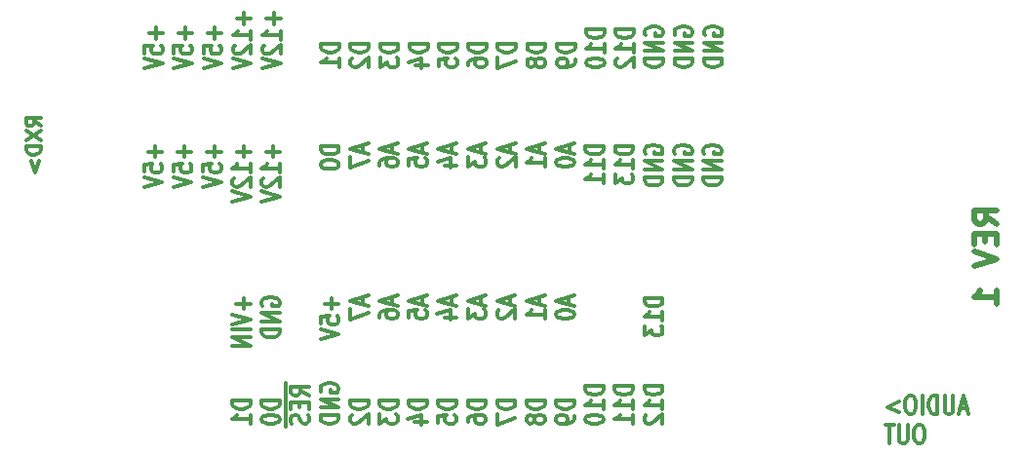
<source format=gbo>
%TF.GenerationSoftware,KiCad,Pcbnew,(6.0.1)*%
%TF.CreationDate,2022-10-07T11:26:10-04:00*%
%TF.ProjectId,MOD-NANO-CPU,4d4f442d-4e41-44e4-9f2d-4350552e6b69,rev?*%
%TF.SameCoordinates,Original*%
%TF.FileFunction,Legend,Bot*%
%TF.FilePolarity,Positive*%
%FSLAX46Y46*%
G04 Gerber Fmt 4.6, Leading zero omitted, Abs format (unit mm)*
G04 Created by KiCad (PCBNEW (6.0.1)) date 2022-10-07 11:26:10*
%MOMM*%
%LPD*%
G01*
G04 APERTURE LIST*
%ADD10C,0.330200*%
%ADD11C,0.317500*%
%ADD12C,0.500000*%
G04 APERTURE END LIST*
D10*
X123446267Y-68093106D02*
X123446267Y-69099430D01*
X124051029Y-68596268D02*
X122841505Y-68596268D01*
X122463529Y-69539696D02*
X124051029Y-69979963D01*
X122463529Y-70420230D01*
X124051029Y-70860496D02*
X122463529Y-70860496D01*
X124051029Y-71489449D02*
X122463529Y-71489449D01*
X124051029Y-72244191D01*
X122463529Y-72244191D01*
X125095000Y-68784953D02*
X125019404Y-68659163D01*
X125019404Y-68470477D01*
X125095000Y-68281791D01*
X125246190Y-68156001D01*
X125397380Y-68093106D01*
X125699761Y-68030210D01*
X125926547Y-68030210D01*
X126228928Y-68093106D01*
X126380119Y-68156001D01*
X126531309Y-68281791D01*
X126606904Y-68470477D01*
X126606904Y-68596268D01*
X126531309Y-68784953D01*
X126455714Y-68847849D01*
X125926547Y-68847849D01*
X125926547Y-68596268D01*
X126606904Y-69413906D02*
X125019404Y-69413906D01*
X126606904Y-70168649D01*
X125019404Y-70168649D01*
X126606904Y-70797601D02*
X125019404Y-70797601D01*
X125019404Y-71112077D01*
X125095000Y-71300763D01*
X125246190Y-71426553D01*
X125397380Y-71489449D01*
X125699761Y-71552344D01*
X125926547Y-71552344D01*
X126228928Y-71489449D01*
X126380119Y-71426553D01*
X126531309Y-71300763D01*
X126606904Y-71112077D01*
X126606904Y-70797601D01*
X131113892Y-68093106D02*
X131113892Y-69099430D01*
X131718654Y-68596268D02*
X130509130Y-68596268D01*
X130131154Y-70357334D02*
X130131154Y-69728382D01*
X130887107Y-69665487D01*
X130811511Y-69728382D01*
X130735916Y-69854172D01*
X130735916Y-70168649D01*
X130811511Y-70294439D01*
X130887107Y-70357334D01*
X131038297Y-70420230D01*
X131416273Y-70420230D01*
X131567464Y-70357334D01*
X131643059Y-70294439D01*
X131718654Y-70168649D01*
X131718654Y-69854172D01*
X131643059Y-69728382D01*
X131567464Y-69665487D01*
X130131154Y-70797601D02*
X131718654Y-71237868D01*
X130131154Y-71678134D01*
X133820958Y-68030210D02*
X133820958Y-68659163D01*
X134274529Y-67904420D02*
X132687029Y-68344687D01*
X134274529Y-68784953D01*
X132687029Y-69099430D02*
X132687029Y-69979963D01*
X134274529Y-69413906D01*
X136376833Y-68030210D02*
X136376833Y-68659163D01*
X136830404Y-67904420D02*
X135242904Y-68344687D01*
X136830404Y-68784953D01*
X135242904Y-69791277D02*
X135242904Y-69539696D01*
X135318500Y-69413906D01*
X135394095Y-69351010D01*
X135620880Y-69225220D01*
X135923261Y-69162325D01*
X136528023Y-69162325D01*
X136679214Y-69225220D01*
X136754809Y-69288115D01*
X136830404Y-69413906D01*
X136830404Y-69665487D01*
X136754809Y-69791277D01*
X136679214Y-69854172D01*
X136528023Y-69917068D01*
X136150047Y-69917068D01*
X135998857Y-69854172D01*
X135923261Y-69791277D01*
X135847666Y-69665487D01*
X135847666Y-69413906D01*
X135923261Y-69288115D01*
X135998857Y-69225220D01*
X136150047Y-69162325D01*
X138932708Y-68030210D02*
X138932708Y-68659163D01*
X139386279Y-67904420D02*
X137798779Y-68344687D01*
X139386279Y-68784953D01*
X137798779Y-69854172D02*
X137798779Y-69225220D01*
X138554732Y-69162325D01*
X138479136Y-69225220D01*
X138403541Y-69351010D01*
X138403541Y-69665487D01*
X138479136Y-69791277D01*
X138554732Y-69854172D01*
X138705922Y-69917068D01*
X139083898Y-69917068D01*
X139235089Y-69854172D01*
X139310684Y-69791277D01*
X139386279Y-69665487D01*
X139386279Y-69351010D01*
X139310684Y-69225220D01*
X139235089Y-69162325D01*
X141488583Y-68030210D02*
X141488583Y-68659163D01*
X141942154Y-67904420D02*
X140354654Y-68344687D01*
X141942154Y-68784953D01*
X140883821Y-69791277D02*
X141942154Y-69791277D01*
X140279059Y-69476801D02*
X141412988Y-69162325D01*
X141412988Y-69979963D01*
X144044458Y-68030210D02*
X144044458Y-68659163D01*
X144498029Y-67904420D02*
X142910529Y-68344687D01*
X144498029Y-68784953D01*
X142910529Y-69099430D02*
X142910529Y-69917068D01*
X143515291Y-69476801D01*
X143515291Y-69665487D01*
X143590886Y-69791277D01*
X143666482Y-69854172D01*
X143817672Y-69917068D01*
X144195648Y-69917068D01*
X144346839Y-69854172D01*
X144422434Y-69791277D01*
X144498029Y-69665487D01*
X144498029Y-69288115D01*
X144422434Y-69162325D01*
X144346839Y-69099430D01*
X146600333Y-68030210D02*
X146600333Y-68659163D01*
X147053904Y-67904420D02*
X145466404Y-68344687D01*
X147053904Y-68784953D01*
X145617595Y-69162325D02*
X145542000Y-69225220D01*
X145466404Y-69351010D01*
X145466404Y-69665487D01*
X145542000Y-69791277D01*
X145617595Y-69854172D01*
X145768785Y-69917068D01*
X145919976Y-69917068D01*
X146146761Y-69854172D01*
X147053904Y-69099430D01*
X147053904Y-69917068D01*
X149156208Y-68030210D02*
X149156208Y-68659163D01*
X149609779Y-67904420D02*
X148022279Y-68344687D01*
X149609779Y-68784953D01*
X149609779Y-69917068D02*
X149609779Y-69162325D01*
X149609779Y-69539696D02*
X148022279Y-69539696D01*
X148249065Y-69413906D01*
X148400255Y-69288115D01*
X148475851Y-69162325D01*
X151712083Y-68030210D02*
X151712083Y-68659163D01*
X152165654Y-67904420D02*
X150578154Y-68344687D01*
X152165654Y-68784953D01*
X150578154Y-69476801D02*
X150578154Y-69602591D01*
X150653750Y-69728382D01*
X150729345Y-69791277D01*
X150880535Y-69854172D01*
X151182916Y-69917068D01*
X151560892Y-69917068D01*
X151863273Y-69854172D01*
X152014464Y-69791277D01*
X152090059Y-69728382D01*
X152165654Y-69602591D01*
X152165654Y-69476801D01*
X152090059Y-69351010D01*
X152014464Y-69288115D01*
X151863273Y-69225220D01*
X151560892Y-69162325D01*
X151182916Y-69162325D01*
X150880535Y-69225220D01*
X150729345Y-69288115D01*
X150653750Y-69351010D01*
X150578154Y-69476801D01*
X159833279Y-68093106D02*
X158245779Y-68093106D01*
X158245779Y-68407582D01*
X158321375Y-68596268D01*
X158472565Y-68722058D01*
X158623755Y-68784953D01*
X158926136Y-68847849D01*
X159152922Y-68847849D01*
X159455303Y-68784953D01*
X159606494Y-68722058D01*
X159757684Y-68596268D01*
X159833279Y-68407582D01*
X159833279Y-68093106D01*
X159833279Y-70105753D02*
X159833279Y-69351010D01*
X159833279Y-69728382D02*
X158245779Y-69728382D01*
X158472565Y-69602591D01*
X158623755Y-69476801D01*
X158699351Y-69351010D01*
X158245779Y-70546020D02*
X158245779Y-71363658D01*
X158850541Y-70923391D01*
X158850541Y-71112077D01*
X158926136Y-71237868D01*
X159001732Y-71300763D01*
X159152922Y-71363658D01*
X159530898Y-71363658D01*
X159682089Y-71300763D01*
X159757684Y-71237868D01*
X159833279Y-71112077D01*
X159833279Y-70734706D01*
X159757684Y-70608915D01*
X159682089Y-70546020D01*
X115786580Y-54885106D02*
X115786580Y-55891430D01*
X116391342Y-55388268D02*
X115181818Y-55388268D01*
X114803842Y-57149334D02*
X114803842Y-56520382D01*
X115559795Y-56457487D01*
X115484199Y-56520382D01*
X115408604Y-56646172D01*
X115408604Y-56960649D01*
X115484199Y-57086439D01*
X115559795Y-57149334D01*
X115710985Y-57212230D01*
X116088961Y-57212230D01*
X116240152Y-57149334D01*
X116315747Y-57086439D01*
X116391342Y-56960649D01*
X116391342Y-56646172D01*
X116315747Y-56520382D01*
X116240152Y-56457487D01*
X114803842Y-57589601D02*
X116391342Y-58029868D01*
X114803842Y-58470134D01*
X118342455Y-54885106D02*
X118342455Y-55891430D01*
X118947217Y-55388268D02*
X117737693Y-55388268D01*
X117359717Y-57149334D02*
X117359717Y-56520382D01*
X118115670Y-56457487D01*
X118040074Y-56520382D01*
X117964479Y-56646172D01*
X117964479Y-56960649D01*
X118040074Y-57086439D01*
X118115670Y-57149334D01*
X118266860Y-57212230D01*
X118644836Y-57212230D01*
X118796027Y-57149334D01*
X118871622Y-57086439D01*
X118947217Y-56960649D01*
X118947217Y-56646172D01*
X118871622Y-56520382D01*
X118796027Y-56457487D01*
X117359717Y-57589601D02*
X118947217Y-58029868D01*
X117359717Y-58470134D01*
X120898330Y-54885106D02*
X120898330Y-55891430D01*
X121503092Y-55388268D02*
X120293568Y-55388268D01*
X119915592Y-57149334D02*
X119915592Y-56520382D01*
X120671545Y-56457487D01*
X120595949Y-56520382D01*
X120520354Y-56646172D01*
X120520354Y-56960649D01*
X120595949Y-57086439D01*
X120671545Y-57149334D01*
X120822735Y-57212230D01*
X121200711Y-57212230D01*
X121351902Y-57149334D01*
X121427497Y-57086439D01*
X121503092Y-56960649D01*
X121503092Y-56646172D01*
X121427497Y-56520382D01*
X121351902Y-56457487D01*
X119915592Y-57589601D02*
X121503092Y-58029868D01*
X119915592Y-58470134D01*
X123454205Y-54885106D02*
X123454205Y-55891430D01*
X124058967Y-55388268D02*
X122849443Y-55388268D01*
X124058967Y-57212230D02*
X124058967Y-56457487D01*
X124058967Y-56834858D02*
X122471467Y-56834858D01*
X122698253Y-56709068D01*
X122849443Y-56583277D01*
X122925039Y-56457487D01*
X122622658Y-57715391D02*
X122547063Y-57778287D01*
X122471467Y-57904077D01*
X122471467Y-58218553D01*
X122547063Y-58344344D01*
X122622658Y-58407239D01*
X122773848Y-58470134D01*
X122925039Y-58470134D01*
X123151824Y-58407239D01*
X124058967Y-57652496D01*
X124058967Y-58470134D01*
X122471467Y-58847506D02*
X124058967Y-59287772D01*
X122471467Y-59728039D01*
X126010080Y-54885106D02*
X126010080Y-55891430D01*
X126614842Y-55388268D02*
X125405318Y-55388268D01*
X126614842Y-57212230D02*
X126614842Y-56457487D01*
X126614842Y-56834858D02*
X125027342Y-56834858D01*
X125254128Y-56709068D01*
X125405318Y-56583277D01*
X125480914Y-56457487D01*
X125178533Y-57715391D02*
X125102938Y-57778287D01*
X125027342Y-57904077D01*
X125027342Y-58218553D01*
X125102938Y-58344344D01*
X125178533Y-58407239D01*
X125329723Y-58470134D01*
X125480914Y-58470134D01*
X125707699Y-58407239D01*
X126614842Y-57652496D01*
X126614842Y-58470134D01*
X125027342Y-58847506D02*
X126614842Y-59287772D01*
X125027342Y-59728039D01*
X131726592Y-54885106D02*
X130139092Y-54885106D01*
X130139092Y-55199582D01*
X130214688Y-55388268D01*
X130365878Y-55514058D01*
X130517068Y-55576953D01*
X130819449Y-55639849D01*
X131046235Y-55639849D01*
X131348616Y-55576953D01*
X131499807Y-55514058D01*
X131650997Y-55388268D01*
X131726592Y-55199582D01*
X131726592Y-54885106D01*
X130139092Y-56457487D02*
X130139092Y-56583277D01*
X130214688Y-56709068D01*
X130290283Y-56771963D01*
X130441473Y-56834858D01*
X130743854Y-56897753D01*
X131121830Y-56897753D01*
X131424211Y-56834858D01*
X131575402Y-56771963D01*
X131650997Y-56709068D01*
X131726592Y-56583277D01*
X131726592Y-56457487D01*
X131650997Y-56331696D01*
X131575402Y-56268801D01*
X131424211Y-56205906D01*
X131121830Y-56143010D01*
X130743854Y-56143010D01*
X130441473Y-56205906D01*
X130290283Y-56268801D01*
X130214688Y-56331696D01*
X130139092Y-56457487D01*
X133828896Y-54822210D02*
X133828896Y-55451163D01*
X134282467Y-54696420D02*
X132694967Y-55136687D01*
X134282467Y-55576953D01*
X132694967Y-55891430D02*
X132694967Y-56771963D01*
X134282467Y-56205906D01*
X136384771Y-54822210D02*
X136384771Y-55451163D01*
X136838342Y-54696420D02*
X135250842Y-55136687D01*
X136838342Y-55576953D01*
X135250842Y-56583277D02*
X135250842Y-56331696D01*
X135326438Y-56205906D01*
X135402033Y-56143010D01*
X135628818Y-56017220D01*
X135931199Y-55954325D01*
X136535961Y-55954325D01*
X136687152Y-56017220D01*
X136762747Y-56080115D01*
X136838342Y-56205906D01*
X136838342Y-56457487D01*
X136762747Y-56583277D01*
X136687152Y-56646172D01*
X136535961Y-56709068D01*
X136157985Y-56709068D01*
X136006795Y-56646172D01*
X135931199Y-56583277D01*
X135855604Y-56457487D01*
X135855604Y-56205906D01*
X135931199Y-56080115D01*
X136006795Y-56017220D01*
X136157985Y-55954325D01*
X138940646Y-54822210D02*
X138940646Y-55451163D01*
X139394217Y-54696420D02*
X137806717Y-55136687D01*
X139394217Y-55576953D01*
X137806717Y-56646172D02*
X137806717Y-56017220D01*
X138562670Y-55954325D01*
X138487074Y-56017220D01*
X138411479Y-56143010D01*
X138411479Y-56457487D01*
X138487074Y-56583277D01*
X138562670Y-56646172D01*
X138713860Y-56709068D01*
X139091836Y-56709068D01*
X139243027Y-56646172D01*
X139318622Y-56583277D01*
X139394217Y-56457487D01*
X139394217Y-56143010D01*
X139318622Y-56017220D01*
X139243027Y-55954325D01*
X141496521Y-54822210D02*
X141496521Y-55451163D01*
X141950092Y-54696420D02*
X140362592Y-55136687D01*
X141950092Y-55576953D01*
X140891759Y-56583277D02*
X141950092Y-56583277D01*
X140286997Y-56268801D02*
X141420926Y-55954325D01*
X141420926Y-56771963D01*
X144052396Y-54822210D02*
X144052396Y-55451163D01*
X144505967Y-54696420D02*
X142918467Y-55136687D01*
X144505967Y-55576953D01*
X142918467Y-55891430D02*
X142918467Y-56709068D01*
X143523229Y-56268801D01*
X143523229Y-56457487D01*
X143598824Y-56583277D01*
X143674420Y-56646172D01*
X143825610Y-56709068D01*
X144203586Y-56709068D01*
X144354777Y-56646172D01*
X144430372Y-56583277D01*
X144505967Y-56457487D01*
X144505967Y-56080115D01*
X144430372Y-55954325D01*
X144354777Y-55891430D01*
X146608271Y-54822210D02*
X146608271Y-55451163D01*
X147061842Y-54696420D02*
X145474342Y-55136687D01*
X147061842Y-55576953D01*
X145625533Y-55954325D02*
X145549938Y-56017220D01*
X145474342Y-56143010D01*
X145474342Y-56457487D01*
X145549938Y-56583277D01*
X145625533Y-56646172D01*
X145776723Y-56709068D01*
X145927914Y-56709068D01*
X146154699Y-56646172D01*
X147061842Y-55891430D01*
X147061842Y-56709068D01*
X149164146Y-54822210D02*
X149164146Y-55451163D01*
X149617717Y-54696420D02*
X148030217Y-55136687D01*
X149617717Y-55576953D01*
X149617717Y-56709068D02*
X149617717Y-55954325D01*
X149617717Y-56331696D02*
X148030217Y-56331696D01*
X148257003Y-56205906D01*
X148408193Y-56080115D01*
X148483789Y-55954325D01*
X151720021Y-54822210D02*
X151720021Y-55451163D01*
X152173592Y-54696420D02*
X150586092Y-55136687D01*
X152173592Y-55576953D01*
X150586092Y-56268801D02*
X150586092Y-56394591D01*
X150661688Y-56520382D01*
X150737283Y-56583277D01*
X150888473Y-56646172D01*
X151190854Y-56709068D01*
X151568830Y-56709068D01*
X151871211Y-56646172D01*
X152022402Y-56583277D01*
X152097997Y-56520382D01*
X152173592Y-56394591D01*
X152173592Y-56268801D01*
X152097997Y-56143010D01*
X152022402Y-56080115D01*
X151871211Y-56017220D01*
X151568830Y-55954325D01*
X151190854Y-55954325D01*
X150888473Y-56017220D01*
X150737283Y-56080115D01*
X150661688Y-56143010D01*
X150586092Y-56268801D01*
X154729467Y-54885106D02*
X153141967Y-54885106D01*
X153141967Y-55199582D01*
X153217563Y-55388268D01*
X153368753Y-55514058D01*
X153519943Y-55576953D01*
X153822324Y-55639849D01*
X154049110Y-55639849D01*
X154351491Y-55576953D01*
X154502682Y-55514058D01*
X154653872Y-55388268D01*
X154729467Y-55199582D01*
X154729467Y-54885106D01*
X154729467Y-56897753D02*
X154729467Y-56143010D01*
X154729467Y-56520382D02*
X153141967Y-56520382D01*
X153368753Y-56394591D01*
X153519943Y-56268801D01*
X153595539Y-56143010D01*
X154729467Y-58155658D02*
X154729467Y-57400915D01*
X154729467Y-57778287D02*
X153141967Y-57778287D01*
X153368753Y-57652496D01*
X153519943Y-57526706D01*
X153595539Y-57400915D01*
X157285342Y-54885106D02*
X155697842Y-54885106D01*
X155697842Y-55199582D01*
X155773438Y-55388268D01*
X155924628Y-55514058D01*
X156075818Y-55576953D01*
X156378199Y-55639849D01*
X156604985Y-55639849D01*
X156907366Y-55576953D01*
X157058557Y-55514058D01*
X157209747Y-55388268D01*
X157285342Y-55199582D01*
X157285342Y-54885106D01*
X157285342Y-56897753D02*
X157285342Y-56143010D01*
X157285342Y-56520382D02*
X155697842Y-56520382D01*
X155924628Y-56394591D01*
X156075818Y-56268801D01*
X156151414Y-56143010D01*
X155697842Y-57338020D02*
X155697842Y-58155658D01*
X156302604Y-57715391D01*
X156302604Y-57904077D01*
X156378199Y-58029868D01*
X156453795Y-58092763D01*
X156604985Y-58155658D01*
X156982961Y-58155658D01*
X157134152Y-58092763D01*
X157209747Y-58029868D01*
X157285342Y-57904077D01*
X157285342Y-57526706D01*
X157209747Y-57400915D01*
X157134152Y-57338020D01*
X158329313Y-55576953D02*
X158253717Y-55451163D01*
X158253717Y-55262477D01*
X158329313Y-55073791D01*
X158480503Y-54948001D01*
X158631693Y-54885106D01*
X158934074Y-54822210D01*
X159160860Y-54822210D01*
X159463241Y-54885106D01*
X159614432Y-54948001D01*
X159765622Y-55073791D01*
X159841217Y-55262477D01*
X159841217Y-55388268D01*
X159765622Y-55576953D01*
X159690027Y-55639849D01*
X159160860Y-55639849D01*
X159160860Y-55388268D01*
X159841217Y-56205906D02*
X158253717Y-56205906D01*
X159841217Y-56960649D01*
X158253717Y-56960649D01*
X159841217Y-57589601D02*
X158253717Y-57589601D01*
X158253717Y-57904077D01*
X158329313Y-58092763D01*
X158480503Y-58218553D01*
X158631693Y-58281449D01*
X158934074Y-58344344D01*
X159160860Y-58344344D01*
X159463241Y-58281449D01*
X159614432Y-58218553D01*
X159765622Y-58092763D01*
X159841217Y-57904077D01*
X159841217Y-57589601D01*
X160885188Y-55576953D02*
X160809592Y-55451163D01*
X160809592Y-55262477D01*
X160885188Y-55073791D01*
X161036378Y-54948001D01*
X161187568Y-54885106D01*
X161489949Y-54822210D01*
X161716735Y-54822210D01*
X162019116Y-54885106D01*
X162170307Y-54948001D01*
X162321497Y-55073791D01*
X162397092Y-55262477D01*
X162397092Y-55388268D01*
X162321497Y-55576953D01*
X162245902Y-55639849D01*
X161716735Y-55639849D01*
X161716735Y-55388268D01*
X162397092Y-56205906D02*
X160809592Y-56205906D01*
X162397092Y-56960649D01*
X160809592Y-56960649D01*
X162397092Y-57589601D02*
X160809592Y-57589601D01*
X160809592Y-57904077D01*
X160885188Y-58092763D01*
X161036378Y-58218553D01*
X161187568Y-58281449D01*
X161489949Y-58344344D01*
X161716735Y-58344344D01*
X162019116Y-58281449D01*
X162170307Y-58218553D01*
X162321497Y-58092763D01*
X162397092Y-57904077D01*
X162397092Y-57589601D01*
X163441063Y-55576953D02*
X163365467Y-55451163D01*
X163365467Y-55262477D01*
X163441063Y-55073791D01*
X163592253Y-54948001D01*
X163743443Y-54885106D01*
X164045824Y-54822210D01*
X164272610Y-54822210D01*
X164574991Y-54885106D01*
X164726182Y-54948001D01*
X164877372Y-55073791D01*
X164952967Y-55262477D01*
X164952967Y-55388268D01*
X164877372Y-55576953D01*
X164801777Y-55639849D01*
X164272610Y-55639849D01*
X164272610Y-55388268D01*
X164952967Y-56205906D02*
X163365467Y-56205906D01*
X164952967Y-56960649D01*
X163365467Y-56960649D01*
X164952967Y-57589601D02*
X163365467Y-57589601D01*
X163365467Y-57904077D01*
X163441063Y-58092763D01*
X163592253Y-58218553D01*
X163743443Y-58281449D01*
X164045824Y-58344344D01*
X164272610Y-58344344D01*
X164574991Y-58281449D01*
X164726182Y-58218553D01*
X164877372Y-58092763D01*
X164952967Y-57904077D01*
X164952967Y-57589601D01*
D11*
X105857523Y-53177470D02*
X105252761Y-52754136D01*
X105857523Y-52451755D02*
X104587523Y-52451755D01*
X104587523Y-52935565D01*
X104648000Y-53056517D01*
X104708476Y-53116994D01*
X104829428Y-53177470D01*
X105010857Y-53177470D01*
X105131809Y-53116994D01*
X105192285Y-53056517D01*
X105252761Y-52935565D01*
X105252761Y-52451755D01*
X104587523Y-53600803D02*
X105857523Y-54447470D01*
X104587523Y-54447470D02*
X105857523Y-53600803D01*
X105857523Y-54931279D02*
X104587523Y-54931279D01*
X104587523Y-55233660D01*
X104648000Y-55415089D01*
X104768952Y-55536041D01*
X104889904Y-55596517D01*
X105131809Y-55656994D01*
X105313238Y-55656994D01*
X105555142Y-55596517D01*
X105676095Y-55536041D01*
X105797047Y-55415089D01*
X105857523Y-55233660D01*
X105857523Y-54931279D01*
X105010857Y-56201279D02*
X105373714Y-57168898D01*
X105736571Y-56201279D01*
D12*
X188864761Y-61658857D02*
X187912380Y-60992190D01*
X188864761Y-60516000D02*
X186864761Y-60516000D01*
X186864761Y-61277904D01*
X186960000Y-61468380D01*
X187055238Y-61563619D01*
X187245714Y-61658857D01*
X187531428Y-61658857D01*
X187721904Y-61563619D01*
X187817142Y-61468380D01*
X187912380Y-61277904D01*
X187912380Y-60516000D01*
X187817142Y-62516000D02*
X187817142Y-63182666D01*
X188864761Y-63468380D02*
X188864761Y-62516000D01*
X186864761Y-62516000D01*
X186864761Y-63468380D01*
X186864761Y-64039809D02*
X188864761Y-64706476D01*
X186864761Y-65373142D01*
X188864761Y-68611238D02*
X188864761Y-67468380D01*
X188864761Y-68039809D02*
X186864761Y-68039809D01*
X187150476Y-67849333D01*
X187340952Y-67658857D01*
X187436190Y-67468380D01*
D10*
X124051029Y-77023141D02*
X122463529Y-77023141D01*
X122463529Y-77337617D01*
X122539125Y-77526303D01*
X122690315Y-77652093D01*
X122841505Y-77714989D01*
X123143886Y-77777884D01*
X123370672Y-77777884D01*
X123673053Y-77714989D01*
X123824244Y-77652093D01*
X123975434Y-77526303D01*
X124051029Y-77337617D01*
X124051029Y-77023141D01*
X124051029Y-79035789D02*
X124051029Y-78281046D01*
X124051029Y-78658417D02*
X122463529Y-78658417D01*
X122690315Y-78532627D01*
X122841505Y-78406836D01*
X122917101Y-78281046D01*
X126606904Y-77023141D02*
X125019404Y-77023141D01*
X125019404Y-77337617D01*
X125095000Y-77526303D01*
X125246190Y-77652093D01*
X125397380Y-77714989D01*
X125699761Y-77777884D01*
X125926547Y-77777884D01*
X126228928Y-77714989D01*
X126380119Y-77652093D01*
X126531309Y-77526303D01*
X126606904Y-77337617D01*
X126606904Y-77023141D01*
X125019404Y-78595522D02*
X125019404Y-78721312D01*
X125095000Y-78847103D01*
X125170595Y-78909998D01*
X125321785Y-78972893D01*
X125624166Y-79035789D01*
X126002142Y-79035789D01*
X126304523Y-78972893D01*
X126455714Y-78909998D01*
X126531309Y-78847103D01*
X126606904Y-78721312D01*
X126606904Y-78595522D01*
X126531309Y-78469731D01*
X126455714Y-78406836D01*
X126304523Y-78343941D01*
X126002142Y-78281046D01*
X125624166Y-78281046D01*
X125321785Y-78343941D01*
X125170595Y-78406836D01*
X125095000Y-78469731D01*
X125019404Y-78595522D01*
X127127000Y-75513655D02*
X127127000Y-76834455D01*
X129162779Y-76582874D02*
X128406827Y-76142608D01*
X129162779Y-75828131D02*
X127575279Y-75828131D01*
X127575279Y-76331293D01*
X127650875Y-76457084D01*
X127726470Y-76519979D01*
X127877660Y-76582874D01*
X128104446Y-76582874D01*
X128255636Y-76519979D01*
X128331232Y-76457084D01*
X128406827Y-76331293D01*
X128406827Y-75828131D01*
X127127000Y-76834455D02*
X127127000Y-78029465D01*
X128331232Y-77148931D02*
X128331232Y-77589198D01*
X129162779Y-77777884D02*
X129162779Y-77148931D01*
X127575279Y-77148931D01*
X127575279Y-77777884D01*
X127127000Y-78029465D02*
X127127000Y-79287370D01*
X129087184Y-78281046D02*
X129162779Y-78469731D01*
X129162779Y-78784208D01*
X129087184Y-78909998D01*
X129011589Y-78972893D01*
X128860398Y-79035789D01*
X128709208Y-79035789D01*
X128558017Y-78972893D01*
X128482422Y-78909998D01*
X128406827Y-78784208D01*
X128331232Y-78532627D01*
X128255636Y-78406836D01*
X128180041Y-78343941D01*
X128028851Y-78281046D01*
X127877660Y-78281046D01*
X127726470Y-78343941D01*
X127650875Y-78406836D01*
X127575279Y-78532627D01*
X127575279Y-78847103D01*
X127650875Y-79035789D01*
X130206750Y-76268398D02*
X130131154Y-76142608D01*
X130131154Y-75953922D01*
X130206750Y-75765236D01*
X130357940Y-75639446D01*
X130509130Y-75576550D01*
X130811511Y-75513655D01*
X131038297Y-75513655D01*
X131340678Y-75576550D01*
X131491869Y-75639446D01*
X131643059Y-75765236D01*
X131718654Y-75953922D01*
X131718654Y-76079712D01*
X131643059Y-76268398D01*
X131567464Y-76331293D01*
X131038297Y-76331293D01*
X131038297Y-76079712D01*
X131718654Y-76897350D02*
X130131154Y-76897350D01*
X131718654Y-77652093D01*
X130131154Y-77652093D01*
X131718654Y-78281046D02*
X130131154Y-78281046D01*
X130131154Y-78595522D01*
X130206750Y-78784208D01*
X130357940Y-78909998D01*
X130509130Y-78972893D01*
X130811511Y-79035789D01*
X131038297Y-79035789D01*
X131340678Y-78972893D01*
X131491869Y-78909998D01*
X131643059Y-78784208D01*
X131718654Y-78595522D01*
X131718654Y-78281046D01*
X134274529Y-77023141D02*
X132687029Y-77023141D01*
X132687029Y-77337617D01*
X132762625Y-77526303D01*
X132913815Y-77652093D01*
X133065005Y-77714989D01*
X133367386Y-77777884D01*
X133594172Y-77777884D01*
X133896553Y-77714989D01*
X134047744Y-77652093D01*
X134198934Y-77526303D01*
X134274529Y-77337617D01*
X134274529Y-77023141D01*
X132838220Y-78281046D02*
X132762625Y-78343941D01*
X132687029Y-78469731D01*
X132687029Y-78784208D01*
X132762625Y-78909998D01*
X132838220Y-78972893D01*
X132989410Y-79035789D01*
X133140601Y-79035789D01*
X133367386Y-78972893D01*
X134274529Y-78218150D01*
X134274529Y-79035789D01*
X136830404Y-77023141D02*
X135242904Y-77023141D01*
X135242904Y-77337617D01*
X135318500Y-77526303D01*
X135469690Y-77652093D01*
X135620880Y-77714989D01*
X135923261Y-77777884D01*
X136150047Y-77777884D01*
X136452428Y-77714989D01*
X136603619Y-77652093D01*
X136754809Y-77526303D01*
X136830404Y-77337617D01*
X136830404Y-77023141D01*
X135242904Y-78218150D02*
X135242904Y-79035789D01*
X135847666Y-78595522D01*
X135847666Y-78784208D01*
X135923261Y-78909998D01*
X135998857Y-78972893D01*
X136150047Y-79035789D01*
X136528023Y-79035789D01*
X136679214Y-78972893D01*
X136754809Y-78909998D01*
X136830404Y-78784208D01*
X136830404Y-78406836D01*
X136754809Y-78281046D01*
X136679214Y-78218150D01*
X139386279Y-77023141D02*
X137798779Y-77023141D01*
X137798779Y-77337617D01*
X137874375Y-77526303D01*
X138025565Y-77652093D01*
X138176755Y-77714989D01*
X138479136Y-77777884D01*
X138705922Y-77777884D01*
X139008303Y-77714989D01*
X139159494Y-77652093D01*
X139310684Y-77526303D01*
X139386279Y-77337617D01*
X139386279Y-77023141D01*
X138327946Y-78909998D02*
X139386279Y-78909998D01*
X137723184Y-78595522D02*
X138857113Y-78281046D01*
X138857113Y-79098684D01*
X141942154Y-77023141D02*
X140354654Y-77023141D01*
X140354654Y-77337617D01*
X140430250Y-77526303D01*
X140581440Y-77652093D01*
X140732630Y-77714989D01*
X141035011Y-77777884D01*
X141261797Y-77777884D01*
X141564178Y-77714989D01*
X141715369Y-77652093D01*
X141866559Y-77526303D01*
X141942154Y-77337617D01*
X141942154Y-77023141D01*
X140354654Y-78972893D02*
X140354654Y-78343941D01*
X141110607Y-78281046D01*
X141035011Y-78343941D01*
X140959416Y-78469731D01*
X140959416Y-78784208D01*
X141035011Y-78909998D01*
X141110607Y-78972893D01*
X141261797Y-79035789D01*
X141639773Y-79035789D01*
X141790964Y-78972893D01*
X141866559Y-78909998D01*
X141942154Y-78784208D01*
X141942154Y-78469731D01*
X141866559Y-78343941D01*
X141790964Y-78281046D01*
X144498029Y-77023141D02*
X142910529Y-77023141D01*
X142910529Y-77337617D01*
X142986125Y-77526303D01*
X143137315Y-77652093D01*
X143288505Y-77714989D01*
X143590886Y-77777884D01*
X143817672Y-77777884D01*
X144120053Y-77714989D01*
X144271244Y-77652093D01*
X144422434Y-77526303D01*
X144498029Y-77337617D01*
X144498029Y-77023141D01*
X142910529Y-78909998D02*
X142910529Y-78658417D01*
X142986125Y-78532627D01*
X143061720Y-78469731D01*
X143288505Y-78343941D01*
X143590886Y-78281046D01*
X144195648Y-78281046D01*
X144346839Y-78343941D01*
X144422434Y-78406836D01*
X144498029Y-78532627D01*
X144498029Y-78784208D01*
X144422434Y-78909998D01*
X144346839Y-78972893D01*
X144195648Y-79035789D01*
X143817672Y-79035789D01*
X143666482Y-78972893D01*
X143590886Y-78909998D01*
X143515291Y-78784208D01*
X143515291Y-78532627D01*
X143590886Y-78406836D01*
X143666482Y-78343941D01*
X143817672Y-78281046D01*
X147053904Y-77023141D02*
X145466404Y-77023141D01*
X145466404Y-77337617D01*
X145542000Y-77526303D01*
X145693190Y-77652093D01*
X145844380Y-77714989D01*
X146146761Y-77777884D01*
X146373547Y-77777884D01*
X146675928Y-77714989D01*
X146827119Y-77652093D01*
X146978309Y-77526303D01*
X147053904Y-77337617D01*
X147053904Y-77023141D01*
X145466404Y-78218150D02*
X145466404Y-79098684D01*
X147053904Y-78532627D01*
X149609779Y-77023141D02*
X148022279Y-77023141D01*
X148022279Y-77337617D01*
X148097875Y-77526303D01*
X148249065Y-77652093D01*
X148400255Y-77714989D01*
X148702636Y-77777884D01*
X148929422Y-77777884D01*
X149231803Y-77714989D01*
X149382994Y-77652093D01*
X149534184Y-77526303D01*
X149609779Y-77337617D01*
X149609779Y-77023141D01*
X148702636Y-78532627D02*
X148627041Y-78406836D01*
X148551446Y-78343941D01*
X148400255Y-78281046D01*
X148324660Y-78281046D01*
X148173470Y-78343941D01*
X148097875Y-78406836D01*
X148022279Y-78532627D01*
X148022279Y-78784208D01*
X148097875Y-78909998D01*
X148173470Y-78972893D01*
X148324660Y-79035789D01*
X148400255Y-79035789D01*
X148551446Y-78972893D01*
X148627041Y-78909998D01*
X148702636Y-78784208D01*
X148702636Y-78532627D01*
X148778232Y-78406836D01*
X148853827Y-78343941D01*
X149005017Y-78281046D01*
X149307398Y-78281046D01*
X149458589Y-78343941D01*
X149534184Y-78406836D01*
X149609779Y-78532627D01*
X149609779Y-78784208D01*
X149534184Y-78909998D01*
X149458589Y-78972893D01*
X149307398Y-79035789D01*
X149005017Y-79035789D01*
X148853827Y-78972893D01*
X148778232Y-78909998D01*
X148702636Y-78784208D01*
X152165654Y-77023141D02*
X150578154Y-77023141D01*
X150578154Y-77337617D01*
X150653750Y-77526303D01*
X150804940Y-77652093D01*
X150956130Y-77714989D01*
X151258511Y-77777884D01*
X151485297Y-77777884D01*
X151787678Y-77714989D01*
X151938869Y-77652093D01*
X152090059Y-77526303D01*
X152165654Y-77337617D01*
X152165654Y-77023141D01*
X152165654Y-78406836D02*
X152165654Y-78658417D01*
X152090059Y-78784208D01*
X152014464Y-78847103D01*
X151787678Y-78972893D01*
X151485297Y-79035789D01*
X150880535Y-79035789D01*
X150729345Y-78972893D01*
X150653750Y-78909998D01*
X150578154Y-78784208D01*
X150578154Y-78532627D01*
X150653750Y-78406836D01*
X150729345Y-78343941D01*
X150880535Y-78281046D01*
X151258511Y-78281046D01*
X151409702Y-78343941D01*
X151485297Y-78406836D01*
X151560892Y-78532627D01*
X151560892Y-78784208D01*
X151485297Y-78909998D01*
X151409702Y-78972893D01*
X151258511Y-79035789D01*
X154721529Y-75765236D02*
X153134029Y-75765236D01*
X153134029Y-76079712D01*
X153209625Y-76268398D01*
X153360815Y-76394189D01*
X153512005Y-76457084D01*
X153814386Y-76519979D01*
X154041172Y-76519979D01*
X154343553Y-76457084D01*
X154494744Y-76394189D01*
X154645934Y-76268398D01*
X154721529Y-76079712D01*
X154721529Y-75765236D01*
X154721529Y-77777884D02*
X154721529Y-77023141D01*
X154721529Y-77400512D02*
X153134029Y-77400512D01*
X153360815Y-77274722D01*
X153512005Y-77148931D01*
X153587601Y-77023141D01*
X153134029Y-78595522D02*
X153134029Y-78721312D01*
X153209625Y-78847103D01*
X153285220Y-78909998D01*
X153436410Y-78972893D01*
X153738791Y-79035789D01*
X154116767Y-79035789D01*
X154419148Y-78972893D01*
X154570339Y-78909998D01*
X154645934Y-78847103D01*
X154721529Y-78721312D01*
X154721529Y-78595522D01*
X154645934Y-78469731D01*
X154570339Y-78406836D01*
X154419148Y-78343941D01*
X154116767Y-78281046D01*
X153738791Y-78281046D01*
X153436410Y-78343941D01*
X153285220Y-78406836D01*
X153209625Y-78469731D01*
X153134029Y-78595522D01*
X157277404Y-75765236D02*
X155689904Y-75765236D01*
X155689904Y-76079712D01*
X155765500Y-76268398D01*
X155916690Y-76394189D01*
X156067880Y-76457084D01*
X156370261Y-76519979D01*
X156597047Y-76519979D01*
X156899428Y-76457084D01*
X157050619Y-76394189D01*
X157201809Y-76268398D01*
X157277404Y-76079712D01*
X157277404Y-75765236D01*
X157277404Y-77777884D02*
X157277404Y-77023141D01*
X157277404Y-77400512D02*
X155689904Y-77400512D01*
X155916690Y-77274722D01*
X156067880Y-77148931D01*
X156143476Y-77023141D01*
X157277404Y-79035789D02*
X157277404Y-78281046D01*
X157277404Y-78658417D02*
X155689904Y-78658417D01*
X155916690Y-78532627D01*
X156067880Y-78406836D01*
X156143476Y-78281046D01*
X159833279Y-75765236D02*
X158245779Y-75765236D01*
X158245779Y-76079712D01*
X158321375Y-76268398D01*
X158472565Y-76394189D01*
X158623755Y-76457084D01*
X158926136Y-76519979D01*
X159152922Y-76519979D01*
X159455303Y-76457084D01*
X159606494Y-76394189D01*
X159757684Y-76268398D01*
X159833279Y-76079712D01*
X159833279Y-75765236D01*
X159833279Y-77777884D02*
X159833279Y-77023141D01*
X159833279Y-77400512D02*
X158245779Y-77400512D01*
X158472565Y-77274722D01*
X158623755Y-77148931D01*
X158699351Y-77023141D01*
X158396970Y-78281046D02*
X158321375Y-78343941D01*
X158245779Y-78469731D01*
X158245779Y-78784208D01*
X158321375Y-78909998D01*
X158396970Y-78972893D01*
X158548160Y-79035789D01*
X158699351Y-79035789D01*
X158926136Y-78972893D01*
X159833279Y-78218150D01*
X159833279Y-79035789D01*
X115837580Y-44588550D02*
X115837580Y-45594874D01*
X116442342Y-45091712D02*
X115232818Y-45091712D01*
X114854842Y-46852779D02*
X114854842Y-46223827D01*
X115610795Y-46160931D01*
X115535199Y-46223827D01*
X115459604Y-46349617D01*
X115459604Y-46664093D01*
X115535199Y-46789884D01*
X115610795Y-46852779D01*
X115761985Y-46915674D01*
X116139961Y-46915674D01*
X116291152Y-46852779D01*
X116366747Y-46789884D01*
X116442342Y-46664093D01*
X116442342Y-46349617D01*
X116366747Y-46223827D01*
X116291152Y-46160931D01*
X114854842Y-47293046D02*
X116442342Y-47733312D01*
X114854842Y-48173579D01*
X118393455Y-44588550D02*
X118393455Y-45594874D01*
X118998217Y-45091712D02*
X117788693Y-45091712D01*
X117410717Y-46852779D02*
X117410717Y-46223827D01*
X118166670Y-46160931D01*
X118091074Y-46223827D01*
X118015479Y-46349617D01*
X118015479Y-46664093D01*
X118091074Y-46789884D01*
X118166670Y-46852779D01*
X118317860Y-46915674D01*
X118695836Y-46915674D01*
X118847027Y-46852779D01*
X118922622Y-46789884D01*
X118998217Y-46664093D01*
X118998217Y-46349617D01*
X118922622Y-46223827D01*
X118847027Y-46160931D01*
X117410717Y-47293046D02*
X118998217Y-47733312D01*
X117410717Y-48173579D01*
X120949330Y-44588550D02*
X120949330Y-45594874D01*
X121554092Y-45091712D02*
X120344568Y-45091712D01*
X119966592Y-46852779D02*
X119966592Y-46223827D01*
X120722545Y-46160931D01*
X120646949Y-46223827D01*
X120571354Y-46349617D01*
X120571354Y-46664093D01*
X120646949Y-46789884D01*
X120722545Y-46852779D01*
X120873735Y-46915674D01*
X121251711Y-46915674D01*
X121402902Y-46852779D01*
X121478497Y-46789884D01*
X121554092Y-46664093D01*
X121554092Y-46349617D01*
X121478497Y-46223827D01*
X121402902Y-46160931D01*
X119966592Y-47293046D02*
X121554092Y-47733312D01*
X119966592Y-48173579D01*
X123505205Y-43330646D02*
X123505205Y-44336970D01*
X124109967Y-43833808D02*
X122900443Y-43833808D01*
X124109967Y-45657770D02*
X124109967Y-44903027D01*
X124109967Y-45280398D02*
X122522467Y-45280398D01*
X122749253Y-45154608D01*
X122900443Y-45028817D01*
X122976039Y-44903027D01*
X122673658Y-46160931D02*
X122598063Y-46223827D01*
X122522467Y-46349617D01*
X122522467Y-46664093D01*
X122598063Y-46789884D01*
X122673658Y-46852779D01*
X122824848Y-46915674D01*
X122976039Y-46915674D01*
X123202824Y-46852779D01*
X124109967Y-46098036D01*
X124109967Y-46915674D01*
X122522467Y-47293046D02*
X124109967Y-47733312D01*
X122522467Y-48173579D01*
X126061080Y-43330646D02*
X126061080Y-44336970D01*
X126665842Y-43833808D02*
X125456318Y-43833808D01*
X126665842Y-45657770D02*
X126665842Y-44903027D01*
X126665842Y-45280398D02*
X125078342Y-45280398D01*
X125305128Y-45154608D01*
X125456318Y-45028817D01*
X125531914Y-44903027D01*
X125229533Y-46160931D02*
X125153938Y-46223827D01*
X125078342Y-46349617D01*
X125078342Y-46664093D01*
X125153938Y-46789884D01*
X125229533Y-46852779D01*
X125380723Y-46915674D01*
X125531914Y-46915674D01*
X125758699Y-46852779D01*
X126665842Y-46098036D01*
X126665842Y-46915674D01*
X125078342Y-47293046D02*
X126665842Y-47733312D01*
X125078342Y-48173579D01*
X131777592Y-46035141D02*
X130190092Y-46035141D01*
X130190092Y-46349617D01*
X130265688Y-46538303D01*
X130416878Y-46664093D01*
X130568068Y-46726989D01*
X130870449Y-46789884D01*
X131097235Y-46789884D01*
X131399616Y-46726989D01*
X131550807Y-46664093D01*
X131701997Y-46538303D01*
X131777592Y-46349617D01*
X131777592Y-46035141D01*
X131777592Y-48047789D02*
X131777592Y-47293046D01*
X131777592Y-47670417D02*
X130190092Y-47670417D01*
X130416878Y-47544627D01*
X130568068Y-47418836D01*
X130643664Y-47293046D01*
X134333467Y-46035141D02*
X132745967Y-46035141D01*
X132745967Y-46349617D01*
X132821563Y-46538303D01*
X132972753Y-46664093D01*
X133123943Y-46726989D01*
X133426324Y-46789884D01*
X133653110Y-46789884D01*
X133955491Y-46726989D01*
X134106682Y-46664093D01*
X134257872Y-46538303D01*
X134333467Y-46349617D01*
X134333467Y-46035141D01*
X132897158Y-47293046D02*
X132821563Y-47355941D01*
X132745967Y-47481731D01*
X132745967Y-47796208D01*
X132821563Y-47921998D01*
X132897158Y-47984893D01*
X133048348Y-48047789D01*
X133199539Y-48047789D01*
X133426324Y-47984893D01*
X134333467Y-47230150D01*
X134333467Y-48047789D01*
X136889342Y-46035141D02*
X135301842Y-46035141D01*
X135301842Y-46349617D01*
X135377438Y-46538303D01*
X135528628Y-46664093D01*
X135679818Y-46726989D01*
X135982199Y-46789884D01*
X136208985Y-46789884D01*
X136511366Y-46726989D01*
X136662557Y-46664093D01*
X136813747Y-46538303D01*
X136889342Y-46349617D01*
X136889342Y-46035141D01*
X135301842Y-47230150D02*
X135301842Y-48047789D01*
X135906604Y-47607522D01*
X135906604Y-47796208D01*
X135982199Y-47921998D01*
X136057795Y-47984893D01*
X136208985Y-48047789D01*
X136586961Y-48047789D01*
X136738152Y-47984893D01*
X136813747Y-47921998D01*
X136889342Y-47796208D01*
X136889342Y-47418836D01*
X136813747Y-47293046D01*
X136738152Y-47230150D01*
X139445217Y-46035141D02*
X137857717Y-46035141D01*
X137857717Y-46349617D01*
X137933313Y-46538303D01*
X138084503Y-46664093D01*
X138235693Y-46726989D01*
X138538074Y-46789884D01*
X138764860Y-46789884D01*
X139067241Y-46726989D01*
X139218432Y-46664093D01*
X139369622Y-46538303D01*
X139445217Y-46349617D01*
X139445217Y-46035141D01*
X138386884Y-47921998D02*
X139445217Y-47921998D01*
X137782122Y-47607522D02*
X138916051Y-47293046D01*
X138916051Y-48110684D01*
X142001092Y-46035141D02*
X140413592Y-46035141D01*
X140413592Y-46349617D01*
X140489188Y-46538303D01*
X140640378Y-46664093D01*
X140791568Y-46726989D01*
X141093949Y-46789884D01*
X141320735Y-46789884D01*
X141623116Y-46726989D01*
X141774307Y-46664093D01*
X141925497Y-46538303D01*
X142001092Y-46349617D01*
X142001092Y-46035141D01*
X140413592Y-47984893D02*
X140413592Y-47355941D01*
X141169545Y-47293046D01*
X141093949Y-47355941D01*
X141018354Y-47481731D01*
X141018354Y-47796208D01*
X141093949Y-47921998D01*
X141169545Y-47984893D01*
X141320735Y-48047789D01*
X141698711Y-48047789D01*
X141849902Y-47984893D01*
X141925497Y-47921998D01*
X142001092Y-47796208D01*
X142001092Y-47481731D01*
X141925497Y-47355941D01*
X141849902Y-47293046D01*
X144556967Y-46035141D02*
X142969467Y-46035141D01*
X142969467Y-46349617D01*
X143045063Y-46538303D01*
X143196253Y-46664093D01*
X143347443Y-46726989D01*
X143649824Y-46789884D01*
X143876610Y-46789884D01*
X144178991Y-46726989D01*
X144330182Y-46664093D01*
X144481372Y-46538303D01*
X144556967Y-46349617D01*
X144556967Y-46035141D01*
X142969467Y-47921998D02*
X142969467Y-47670417D01*
X143045063Y-47544627D01*
X143120658Y-47481731D01*
X143347443Y-47355941D01*
X143649824Y-47293046D01*
X144254586Y-47293046D01*
X144405777Y-47355941D01*
X144481372Y-47418836D01*
X144556967Y-47544627D01*
X144556967Y-47796208D01*
X144481372Y-47921998D01*
X144405777Y-47984893D01*
X144254586Y-48047789D01*
X143876610Y-48047789D01*
X143725420Y-47984893D01*
X143649824Y-47921998D01*
X143574229Y-47796208D01*
X143574229Y-47544627D01*
X143649824Y-47418836D01*
X143725420Y-47355941D01*
X143876610Y-47293046D01*
X147112842Y-46035141D02*
X145525342Y-46035141D01*
X145525342Y-46349617D01*
X145600938Y-46538303D01*
X145752128Y-46664093D01*
X145903318Y-46726989D01*
X146205699Y-46789884D01*
X146432485Y-46789884D01*
X146734866Y-46726989D01*
X146886057Y-46664093D01*
X147037247Y-46538303D01*
X147112842Y-46349617D01*
X147112842Y-46035141D01*
X145525342Y-47230150D02*
X145525342Y-48110684D01*
X147112842Y-47544627D01*
X149668717Y-46035141D02*
X148081217Y-46035141D01*
X148081217Y-46349617D01*
X148156813Y-46538303D01*
X148308003Y-46664093D01*
X148459193Y-46726989D01*
X148761574Y-46789884D01*
X148988360Y-46789884D01*
X149290741Y-46726989D01*
X149441932Y-46664093D01*
X149593122Y-46538303D01*
X149668717Y-46349617D01*
X149668717Y-46035141D01*
X148761574Y-47544627D02*
X148685979Y-47418836D01*
X148610384Y-47355941D01*
X148459193Y-47293046D01*
X148383598Y-47293046D01*
X148232408Y-47355941D01*
X148156813Y-47418836D01*
X148081217Y-47544627D01*
X148081217Y-47796208D01*
X148156813Y-47921998D01*
X148232408Y-47984893D01*
X148383598Y-48047789D01*
X148459193Y-48047789D01*
X148610384Y-47984893D01*
X148685979Y-47921998D01*
X148761574Y-47796208D01*
X148761574Y-47544627D01*
X148837170Y-47418836D01*
X148912765Y-47355941D01*
X149063955Y-47293046D01*
X149366336Y-47293046D01*
X149517527Y-47355941D01*
X149593122Y-47418836D01*
X149668717Y-47544627D01*
X149668717Y-47796208D01*
X149593122Y-47921998D01*
X149517527Y-47984893D01*
X149366336Y-48047789D01*
X149063955Y-48047789D01*
X148912765Y-47984893D01*
X148837170Y-47921998D01*
X148761574Y-47796208D01*
X152224592Y-46035141D02*
X150637092Y-46035141D01*
X150637092Y-46349617D01*
X150712688Y-46538303D01*
X150863878Y-46664093D01*
X151015068Y-46726989D01*
X151317449Y-46789884D01*
X151544235Y-46789884D01*
X151846616Y-46726989D01*
X151997807Y-46664093D01*
X152148997Y-46538303D01*
X152224592Y-46349617D01*
X152224592Y-46035141D01*
X152224592Y-47418836D02*
X152224592Y-47670417D01*
X152148997Y-47796208D01*
X152073402Y-47859103D01*
X151846616Y-47984893D01*
X151544235Y-48047789D01*
X150939473Y-48047789D01*
X150788283Y-47984893D01*
X150712688Y-47921998D01*
X150637092Y-47796208D01*
X150637092Y-47544627D01*
X150712688Y-47418836D01*
X150788283Y-47355941D01*
X150939473Y-47293046D01*
X151317449Y-47293046D01*
X151468640Y-47355941D01*
X151544235Y-47418836D01*
X151619830Y-47544627D01*
X151619830Y-47796208D01*
X151544235Y-47921998D01*
X151468640Y-47984893D01*
X151317449Y-48047789D01*
X154780467Y-44777236D02*
X153192967Y-44777236D01*
X153192967Y-45091712D01*
X153268563Y-45280398D01*
X153419753Y-45406189D01*
X153570943Y-45469084D01*
X153873324Y-45531979D01*
X154100110Y-45531979D01*
X154402491Y-45469084D01*
X154553682Y-45406189D01*
X154704872Y-45280398D01*
X154780467Y-45091712D01*
X154780467Y-44777236D01*
X154780467Y-46789884D02*
X154780467Y-46035141D01*
X154780467Y-46412512D02*
X153192967Y-46412512D01*
X153419753Y-46286722D01*
X153570943Y-46160931D01*
X153646539Y-46035141D01*
X153192967Y-47607522D02*
X153192967Y-47733312D01*
X153268563Y-47859103D01*
X153344158Y-47921998D01*
X153495348Y-47984893D01*
X153797729Y-48047789D01*
X154175705Y-48047789D01*
X154478086Y-47984893D01*
X154629277Y-47921998D01*
X154704872Y-47859103D01*
X154780467Y-47733312D01*
X154780467Y-47607522D01*
X154704872Y-47481731D01*
X154629277Y-47418836D01*
X154478086Y-47355941D01*
X154175705Y-47293046D01*
X153797729Y-47293046D01*
X153495348Y-47355941D01*
X153344158Y-47418836D01*
X153268563Y-47481731D01*
X153192967Y-47607522D01*
X157336342Y-44777236D02*
X155748842Y-44777236D01*
X155748842Y-45091712D01*
X155824438Y-45280398D01*
X155975628Y-45406189D01*
X156126818Y-45469084D01*
X156429199Y-45531979D01*
X156655985Y-45531979D01*
X156958366Y-45469084D01*
X157109557Y-45406189D01*
X157260747Y-45280398D01*
X157336342Y-45091712D01*
X157336342Y-44777236D01*
X157336342Y-46789884D02*
X157336342Y-46035141D01*
X157336342Y-46412512D02*
X155748842Y-46412512D01*
X155975628Y-46286722D01*
X156126818Y-46160931D01*
X156202414Y-46035141D01*
X155900033Y-47293046D02*
X155824438Y-47355941D01*
X155748842Y-47481731D01*
X155748842Y-47796208D01*
X155824438Y-47921998D01*
X155900033Y-47984893D01*
X156051223Y-48047789D01*
X156202414Y-48047789D01*
X156429199Y-47984893D01*
X157336342Y-47230150D01*
X157336342Y-48047789D01*
X158380313Y-45280398D02*
X158304717Y-45154608D01*
X158304717Y-44965922D01*
X158380313Y-44777236D01*
X158531503Y-44651446D01*
X158682693Y-44588550D01*
X158985074Y-44525655D01*
X159211860Y-44525655D01*
X159514241Y-44588550D01*
X159665432Y-44651446D01*
X159816622Y-44777236D01*
X159892217Y-44965922D01*
X159892217Y-45091712D01*
X159816622Y-45280398D01*
X159741027Y-45343293D01*
X159211860Y-45343293D01*
X159211860Y-45091712D01*
X159892217Y-45909350D02*
X158304717Y-45909350D01*
X159892217Y-46664093D01*
X158304717Y-46664093D01*
X159892217Y-47293046D02*
X158304717Y-47293046D01*
X158304717Y-47607522D01*
X158380313Y-47796208D01*
X158531503Y-47921998D01*
X158682693Y-47984893D01*
X158985074Y-48047789D01*
X159211860Y-48047789D01*
X159514241Y-47984893D01*
X159665432Y-47921998D01*
X159816622Y-47796208D01*
X159892217Y-47607522D01*
X159892217Y-47293046D01*
X160936188Y-45280398D02*
X160860592Y-45154608D01*
X160860592Y-44965922D01*
X160936188Y-44777236D01*
X161087378Y-44651446D01*
X161238568Y-44588550D01*
X161540949Y-44525655D01*
X161767735Y-44525655D01*
X162070116Y-44588550D01*
X162221307Y-44651446D01*
X162372497Y-44777236D01*
X162448092Y-44965922D01*
X162448092Y-45091712D01*
X162372497Y-45280398D01*
X162296902Y-45343293D01*
X161767735Y-45343293D01*
X161767735Y-45091712D01*
X162448092Y-45909350D02*
X160860592Y-45909350D01*
X162448092Y-46664093D01*
X160860592Y-46664093D01*
X162448092Y-47293046D02*
X160860592Y-47293046D01*
X160860592Y-47607522D01*
X160936188Y-47796208D01*
X161087378Y-47921998D01*
X161238568Y-47984893D01*
X161540949Y-48047789D01*
X161767735Y-48047789D01*
X162070116Y-47984893D01*
X162221307Y-47921998D01*
X162372497Y-47796208D01*
X162448092Y-47607522D01*
X162448092Y-47293046D01*
X163492063Y-45280398D02*
X163416467Y-45154608D01*
X163416467Y-44965922D01*
X163492063Y-44777236D01*
X163643253Y-44651446D01*
X163794443Y-44588550D01*
X164096824Y-44525655D01*
X164323610Y-44525655D01*
X164625991Y-44588550D01*
X164777182Y-44651446D01*
X164928372Y-44777236D01*
X165003967Y-44965922D01*
X165003967Y-45091712D01*
X164928372Y-45280398D01*
X164852777Y-45343293D01*
X164323610Y-45343293D01*
X164323610Y-45091712D01*
X165003967Y-45909350D02*
X163416467Y-45909350D01*
X165003967Y-46664093D01*
X163416467Y-46664093D01*
X165003967Y-47293046D02*
X163416467Y-47293046D01*
X163416467Y-47607522D01*
X163492063Y-47796208D01*
X163643253Y-47921998D01*
X163794443Y-47984893D01*
X164096824Y-48047789D01*
X164323610Y-48047789D01*
X164625991Y-47984893D01*
X164777182Y-47921998D01*
X164928372Y-47796208D01*
X165003967Y-47607522D01*
X165003967Y-47293046D01*
X186263582Y-77726646D02*
X185634630Y-77726646D01*
X186389372Y-78180217D02*
X185949106Y-76592717D01*
X185508839Y-78180217D01*
X185068572Y-76592717D02*
X185068572Y-77877836D01*
X185005677Y-78029027D01*
X184942782Y-78104622D01*
X184816991Y-78180217D01*
X184565410Y-78180217D01*
X184439620Y-78104622D01*
X184376725Y-78029027D01*
X184313830Y-77877836D01*
X184313830Y-76592717D01*
X183684877Y-78180217D02*
X183684877Y-76592717D01*
X183370401Y-76592717D01*
X183181715Y-76668313D01*
X183055925Y-76819503D01*
X182993030Y-76970693D01*
X182930134Y-77273074D01*
X182930134Y-77499860D01*
X182993030Y-77802241D01*
X183055925Y-77953432D01*
X183181715Y-78104622D01*
X183370401Y-78180217D01*
X183684877Y-78180217D01*
X182364077Y-78180217D02*
X182364077Y-76592717D01*
X181483544Y-76592717D02*
X181231963Y-76592717D01*
X181106172Y-76668313D01*
X180980382Y-76819503D01*
X180917487Y-77121884D01*
X180917487Y-77651051D01*
X180980382Y-77953432D01*
X181106172Y-78104622D01*
X181231963Y-78180217D01*
X181483544Y-78180217D01*
X181609334Y-78104622D01*
X181735125Y-77953432D01*
X181798020Y-77651051D01*
X181798020Y-77121884D01*
X181735125Y-76819503D01*
X181609334Y-76668313D01*
X181483544Y-76592717D01*
X180351430Y-77121884D02*
X179345106Y-77575455D01*
X180351430Y-78029027D01*
X182238287Y-79148592D02*
X181986706Y-79148592D01*
X181860915Y-79224188D01*
X181735125Y-79375378D01*
X181672230Y-79677759D01*
X181672230Y-80206926D01*
X181735125Y-80509307D01*
X181860915Y-80660497D01*
X181986706Y-80736092D01*
X182238287Y-80736092D01*
X182364077Y-80660497D01*
X182489868Y-80509307D01*
X182552763Y-80206926D01*
X182552763Y-79677759D01*
X182489868Y-79375378D01*
X182364077Y-79224188D01*
X182238287Y-79148592D01*
X181106172Y-79148592D02*
X181106172Y-80433711D01*
X181043277Y-80584902D01*
X180980382Y-80660497D01*
X180854591Y-80736092D01*
X180603010Y-80736092D01*
X180477220Y-80660497D01*
X180414325Y-80584902D01*
X180351430Y-80433711D01*
X180351430Y-79148592D01*
X179911163Y-79148592D02*
X179156420Y-79148592D01*
X179533791Y-80736092D02*
X179533791Y-79148592D01*
M02*

</source>
